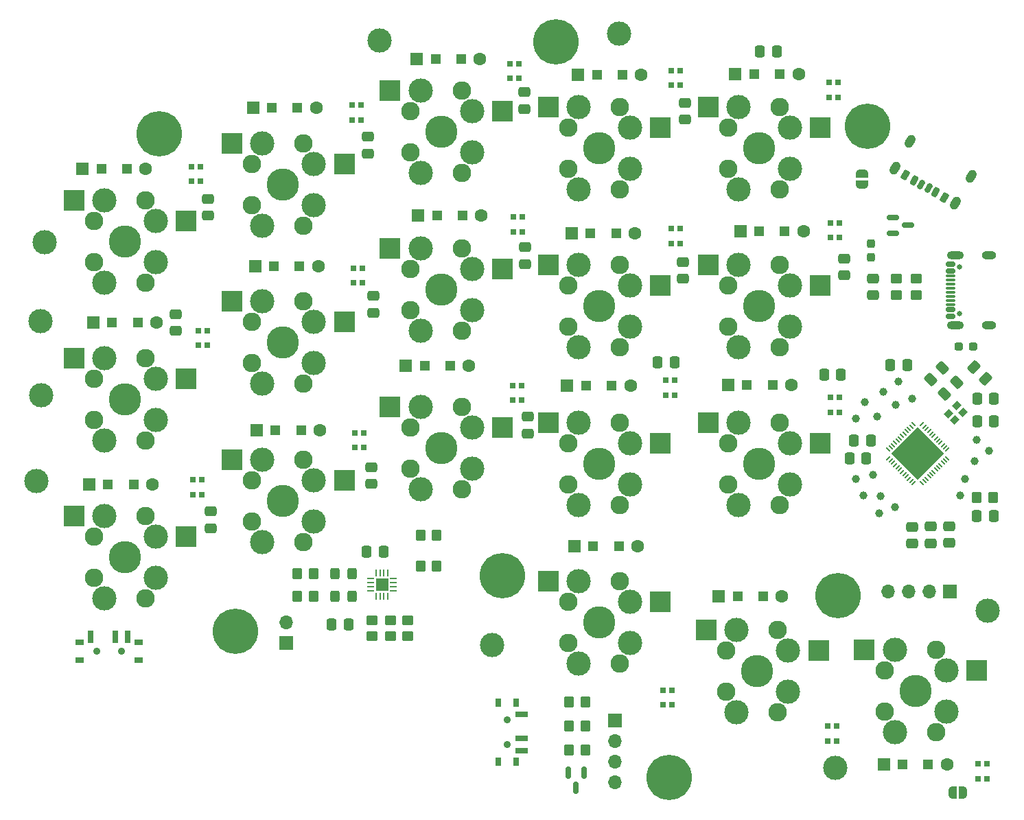
<source format=gbr>
%TF.GenerationSoftware,KiCad,Pcbnew,8.0.2*%
%TF.CreationDate,2025-01-19T21:46:12+07:00*%
%TF.ProjectId,sudi-keyboard,73756469-2d6b-4657-9962-6f6172642e6b,1*%
%TF.SameCoordinates,Original*%
%TF.FileFunction,Soldermask,Top*%
%TF.FilePolarity,Negative*%
%FSLAX46Y46*%
G04 Gerber Fmt 4.6, Leading zero omitted, Abs format (unit mm)*
G04 Created by KiCad (PCBNEW 8.0.2) date 2025-01-19 21:46:12*
%MOMM*%
%LPD*%
G01*
G04 APERTURE LIST*
G04 Aperture macros list*
%AMRoundRect*
0 Rectangle with rounded corners*
0 $1 Rounding radius*
0 $2 $3 $4 $5 $6 $7 $8 $9 X,Y pos of 4 corners*
0 Add a 4 corners polygon primitive as box body*
4,1,4,$2,$3,$4,$5,$6,$7,$8,$9,$2,$3,0*
0 Add four circle primitives for the rounded corners*
1,1,$1+$1,$2,$3*
1,1,$1+$1,$4,$5*
1,1,$1+$1,$6,$7*
1,1,$1+$1,$8,$9*
0 Add four rect primitives between the rounded corners*
20,1,$1+$1,$2,$3,$4,$5,0*
20,1,$1+$1,$4,$5,$6,$7,0*
20,1,$1+$1,$6,$7,$8,$9,0*
20,1,$1+$1,$8,$9,$2,$3,0*%
%AMHorizOval*
0 Thick line with rounded ends*
0 $1 width*
0 $2 $3 position (X,Y) of the first rounded end (center of the circle)*
0 $4 $5 position (X,Y) of the second rounded end (center of the circle)*
0 Add line between two ends*
20,1,$1,$2,$3,$4,$5,0*
0 Add two circle primitives to create the rounded ends*
1,1,$1,$2,$3*
1,1,$1,$4,$5*%
%AMRotRect*
0 Rectangle, with rotation*
0 The origin of the aperture is its center*
0 $1 length*
0 $2 width*
0 $3 Rotation angle, in degrees counterclockwise*
0 Add horizontal line*
21,1,$1,$2,0,0,$3*%
%AMFreePoly0*
4,1,19,0.500000,-0.750000,0.000000,-0.750000,0.000000,-0.744911,-0.071157,-0.744911,-0.207708,-0.704816,-0.327430,-0.627875,-0.420627,-0.520320,-0.479746,-0.390866,-0.500000,-0.250000,-0.500000,0.250000,-0.479746,0.390866,-0.420627,0.520320,-0.327430,0.627875,-0.207708,0.704816,-0.071157,0.744911,0.000000,0.744911,0.000000,0.750000,0.500000,0.750000,0.500000,-0.750000,0.500000,-0.750000,
$1*%
%AMFreePoly1*
4,1,19,0.000000,0.744911,0.071157,0.744911,0.207708,0.704816,0.327430,0.627875,0.420627,0.520320,0.479746,0.390866,0.500000,0.250000,0.500000,-0.250000,0.479746,-0.390866,0.420627,-0.520320,0.327430,-0.627875,0.207708,-0.704816,0.071157,-0.744911,0.000000,-0.744911,0.000000,-0.750000,-0.500000,-0.750000,-0.500000,0.750000,0.000000,0.750000,0.000000,0.744911,0.000000,0.744911,
$1*%
G04 Aperture macros list end*
%ADD10R,1.000000X0.800000*%
%ADD11C,0.900000*%
%ADD12R,0.700000X1.500000*%
%ADD13C,3.000000*%
%ADD14C,3.987800*%
%ADD15R,2.550000X2.500000*%
%ADD16C,2.286000*%
%ADD17RoundRect,0.237500X-0.237500X0.287500X-0.237500X-0.287500X0.237500X-0.287500X0.237500X0.287500X0*%
%ADD18RoundRect,0.250000X0.350000X0.450000X-0.350000X0.450000X-0.350000X-0.450000X0.350000X-0.450000X0*%
%ADD19C,1.000000*%
%ADD20RoundRect,0.250000X-0.475000X0.337500X-0.475000X-0.337500X0.475000X-0.337500X0.475000X0.337500X0*%
%ADD21RoundRect,0.175000X0.364054X0.280561X0.060946X0.455561X-0.364054X-0.280561X-0.060946X-0.455561X0*%
%ADD22RoundRect,0.190000X-0.369545X-0.260070X-0.040455X-0.450070X0.369545X0.260070X0.040455X0.450070X0*%
%ADD23RoundRect,0.200000X-0.373205X-0.246410X-0.026795X-0.446410X0.373205X0.246410X0.026795X0.446410X0*%
%ADD24RoundRect,0.175000X-0.364054X-0.280561X-0.060946X-0.455561X0.364054X0.280561X0.060946X0.455561X0*%
%ADD25RoundRect,0.190000X0.369545X0.260070X0.040455X0.450070X-0.369545X-0.260070X-0.040455X-0.450070X0*%
%ADD26RoundRect,0.200000X0.373205X0.246410X0.026795X0.446410X-0.373205X-0.246410X-0.026795X-0.446410X0*%
%ADD27HorizOval,1.100000X0.150000X0.259808X-0.150000X-0.259808X0*%
%ADD28R,0.700000X0.700000*%
%ADD29RoundRect,0.250000X0.337500X0.475000X-0.337500X0.475000X-0.337500X-0.475000X0.337500X-0.475000X0*%
%ADD30R,1.600000X1.600000*%
%ADD31R,1.200000X1.200000*%
%ADD32C,1.600000*%
%ADD33C,5.600000*%
%ADD34RoundRect,0.250000X-0.450000X0.350000X-0.450000X-0.350000X0.450000X-0.350000X0.450000X0.350000X0*%
%ADD35RoundRect,0.250000X-0.337500X-0.475000X0.337500X-0.475000X0.337500X0.475000X-0.337500X0.475000X0*%
%ADD36RoundRect,0.250000X-0.350000X-0.450000X0.350000X-0.450000X0.350000X0.450000X-0.350000X0.450000X0*%
%ADD37FreePoly0,90.000000*%
%ADD38FreePoly1,90.000000*%
%ADD39C,0.650000*%
%ADD40RoundRect,0.150000X0.425000X-0.150000X0.425000X0.150000X-0.425000X0.150000X-0.425000X-0.150000X0*%
%ADD41RoundRect,0.075000X0.500000X-0.075000X0.500000X0.075000X-0.500000X0.075000X-0.500000X-0.075000X0*%
%ADD42O,2.100000X1.000000*%
%ADD43O,1.800000X1.000000*%
%ADD44RoundRect,0.250000X0.574524X0.097227X0.097227X0.574524X-0.574524X-0.097227X-0.097227X-0.574524X0*%
%ADD45RoundRect,0.050000X-0.212132X-0.282843X0.282843X0.212132X0.212132X0.282843X-0.282843X-0.212132X0*%
%ADD46RoundRect,0.050000X0.212132X-0.282843X0.282843X-0.212132X-0.212132X0.282843X-0.282843X0.212132X0*%
%ADD47RotRect,4.600000X4.600000X45.000000*%
%ADD48RotRect,0.900000X0.800000X225.000000*%
%ADD49RoundRect,0.062500X-0.062500X0.375000X-0.062500X-0.375000X0.062500X-0.375000X0.062500X0.375000X0*%
%ADD50RoundRect,0.062500X-0.375000X0.062500X-0.375000X-0.062500X0.375000X-0.062500X0.375000X0.062500X0*%
%ADD51RoundRect,0.250000X-0.097227X0.574524X-0.574524X0.097227X0.097227X-0.574524X0.574524X-0.097227X0*%
%ADD52RoundRect,0.150000X-0.587500X-0.150000X0.587500X-0.150000X0.587500X0.150000X-0.587500X0.150000X0*%
%ADD53RoundRect,0.250000X0.325000X0.450000X-0.325000X0.450000X-0.325000X-0.450000X0.325000X-0.450000X0*%
%ADD54FreePoly0,0.000000*%
%ADD55FreePoly1,0.000000*%
%ADD56R,0.800000X1.000000*%
%ADD57R,1.500000X0.700000*%
%ADD58RoundRect,0.150000X-0.150000X0.587500X-0.150000X-0.587500X0.150000X-0.587500X0.150000X0.587500X0*%
%ADD59RoundRect,0.237500X-0.287500X-0.237500X0.287500X-0.237500X0.287500X0.237500X-0.287500X0.237500X0*%
%ADD60R,1.700000X1.700000*%
%ADD61O,1.700000X1.700000*%
%ADD62HorizOval,1.100000X-0.150000X-0.259808X0.150000X0.259808X0*%
G04 APERTURE END LIST*
D10*
%TO.C,SW4*%
X117000000Y-124570000D03*
X117000000Y-126780000D03*
D11*
X119150000Y-125680000D03*
X122150000Y-125680000D03*
D10*
X124300000Y-124570000D03*
X124300000Y-126780000D03*
D12*
X118400000Y-123920000D03*
X121400000Y-123920000D03*
X122900000Y-123920000D03*
%TD*%
D13*
%TO.C,K16*%
X178550000Y-117030000D03*
X178550000Y-127190000D03*
D14*
X181090000Y-122110000D03*
D13*
X184900000Y-119570000D03*
X184900000Y-124650000D03*
D15*
X174800000Y-117030000D03*
D16*
X177280000Y-119570000D03*
X177280000Y-124650000D03*
X183630000Y-117030000D03*
X183630000Y-127190000D03*
D15*
X188650000Y-119570000D03*
%TD*%
D17*
%TO.C,FB1*%
X214620002Y-75374998D03*
X214620002Y-77124998D03*
%TD*%
D18*
%TO.C,R10*%
X229700000Y-106700000D03*
X227700000Y-106700000D03*
%TD*%
D19*
%TO.C,TP16*%
X215400001Y-96700001D03*
%TD*%
D20*
%TO.C,C51*%
X191450000Y-77662500D03*
X191450000Y-79737500D03*
%TD*%
D21*
%TO.C,J1*%
X221695513Y-68582502D03*
D22*
X219946141Y-67572502D03*
D23*
X218880930Y-66957502D03*
D24*
X220829487Y-68082502D03*
D25*
X222578859Y-69092502D03*
D26*
X223644070Y-69707502D03*
D27*
X225043730Y-70423220D03*
X226943730Y-67132324D03*
X217561270Y-66103220D03*
X219461270Y-62812324D03*
%TD*%
D28*
%TO.C,D17*%
X130950000Y-106365001D03*
X132049999Y-106364999D03*
X132050000Y-104534999D03*
X130950001Y-104535001D03*
%TD*%
D29*
%TO.C,C3*%
X150187500Y-122400000D03*
X148112500Y-122400000D03*
%TD*%
D13*
%TO.C,FID9*%
X167890000Y-124910000D03*
%TD*%
D30*
%TO.C,D26*%
X197900000Y-54450000D03*
D31*
X200225000Y-54450000D03*
X203375000Y-54450000D03*
D32*
X205700000Y-54450000D03*
%TD*%
D13*
%TO.C,K9*%
X159050000Y-95530000D03*
X159050000Y-105690000D03*
D14*
X161590000Y-100610000D03*
D13*
X165400000Y-98070000D03*
X165400000Y-103150000D03*
D15*
X155300000Y-95530000D03*
D16*
X157780000Y-98070000D03*
X157780000Y-103150000D03*
X164130000Y-95530000D03*
X164130000Y-105690000D03*
D15*
X169150000Y-98070000D03*
%TD*%
D13*
%TO.C,FID2*%
X111690000Y-104710000D03*
%TD*%
D33*
%TO.C,H2*%
X169200000Y-116350000D03*
%TD*%
%TO.C,H1*%
X210550000Y-118850000D03*
%TD*%
D28*
%TO.C,D18*%
X170450000Y-94715001D03*
X171549999Y-94714999D03*
X171550000Y-92884999D03*
X170450001Y-92885001D03*
%TD*%
D29*
%TO.C,C57*%
X219087500Y-90350000D03*
X217012500Y-90350000D03*
%TD*%
D33*
%TO.C,H5*%
X214200000Y-60900000D03*
%TD*%
D13*
%TO.C,K8*%
X159050000Y-76030000D03*
X159050000Y-86190000D03*
D14*
X161590000Y-81110000D03*
D13*
X165400000Y-78570000D03*
X165400000Y-83650000D03*
D15*
X155300000Y-76030000D03*
D16*
X157780000Y-78570000D03*
X157780000Y-83650000D03*
X164130000Y-76030000D03*
X164130000Y-86190000D03*
D15*
X169150000Y-78570000D03*
%TD*%
D19*
%TO.C,TP5*%
X215650000Y-108650000D03*
%TD*%
D20*
%TO.C,C42*%
X128850000Y-84112500D03*
X128850000Y-86187500D03*
%TD*%
D13*
%TO.C,FID3*%
X112690000Y-75210000D03*
%TD*%
D20*
%TO.C,C41*%
X132850000Y-69862500D03*
X132850000Y-71937500D03*
%TD*%
D13*
%TO.C,K18*%
X217550000Y-125530000D03*
X217550000Y-135690000D03*
D14*
X220090000Y-130610000D03*
D13*
X223900000Y-128070000D03*
X223900000Y-133150000D03*
D15*
X213800000Y-125530000D03*
D16*
X216280000Y-128070000D03*
X216280000Y-133150000D03*
X222630000Y-125530000D03*
X222630000Y-135690000D03*
D15*
X227650000Y-128070000D03*
%TD*%
D13*
%TO.C,K12*%
X178550000Y-97530000D03*
X178550000Y-107690000D03*
D14*
X181090000Y-102610000D03*
D13*
X184900000Y-100070000D03*
X184900000Y-105150000D03*
D15*
X174800000Y-97530000D03*
D16*
X177280000Y-100070000D03*
X177280000Y-105150000D03*
X183630000Y-97530000D03*
X183630000Y-107690000D03*
D15*
X188650000Y-100070000D03*
%TD*%
D33*
%TO.C,H3*%
X136190000Y-123210000D03*
%TD*%
D13*
%TO.C,K14*%
X198300000Y-78030000D03*
X198300000Y-88190000D03*
D14*
X200840000Y-83110000D03*
D13*
X204650000Y-80570000D03*
X204650000Y-85650000D03*
D15*
X194550000Y-78030000D03*
D16*
X197030000Y-80570000D03*
X197030000Y-85650000D03*
X203380000Y-78030000D03*
X203380000Y-88190000D03*
D15*
X208400000Y-80570000D03*
%TD*%
D30*
%TO.C,D33*%
X178050000Y-112750000D03*
D31*
X180375000Y-112750000D03*
X183525000Y-112750000D03*
D32*
X185850000Y-112750000D03*
%TD*%
D20*
%TO.C,C43*%
X133150000Y-108462500D03*
X133150000Y-110537500D03*
%TD*%
%TO.C,C40*%
X219724998Y-110349999D03*
X219724998Y-112424999D03*
%TD*%
D34*
%TO.C,R4*%
X217770002Y-79749998D03*
X217770002Y-81749998D03*
%TD*%
D28*
%TO.C,D25*%
X188949999Y-132315001D03*
X190050000Y-132314999D03*
X190050001Y-130484999D03*
X188950000Y-130485001D03*
%TD*%
D29*
%TO.C,C1*%
X154487500Y-113400000D03*
X152412500Y-113400000D03*
%TD*%
%TO.C,C18*%
X229787500Y-94550000D03*
X227712500Y-94550000D03*
%TD*%
D13*
%TO.C,K7*%
X159050000Y-56530000D03*
X159050000Y-66690000D03*
D14*
X161590000Y-61610000D03*
D13*
X165400000Y-59070000D03*
X165400000Y-64150000D03*
D15*
X155300000Y-56530000D03*
D16*
X157780000Y-59070000D03*
X157780000Y-64150000D03*
X164130000Y-56530000D03*
X164130000Y-66690000D03*
D15*
X169150000Y-59070000D03*
%TD*%
D30*
%TO.C,D2*%
X118690000Y-85110000D03*
D31*
X121015000Y-85110000D03*
X124165000Y-85110000D03*
D32*
X126490000Y-85110000D03*
%TD*%
D35*
%TO.C,C19*%
X227662501Y-109049998D03*
X229737501Y-109049998D03*
%TD*%
D13*
%TO.C,FID6*%
X112199999Y-84999999D03*
%TD*%
D19*
%TO.C,TP17*%
X213900000Y-94950002D03*
%TD*%
D13*
%TO.C,FID7*%
X210240000Y-140110000D03*
%TD*%
%TO.C,FID5*%
X183590000Y-49510000D03*
%TD*%
%TO.C,K6*%
X139550000Y-102030000D03*
X139550000Y-112190000D03*
D14*
X142090000Y-107110000D03*
D13*
X145900000Y-104570000D03*
X145900000Y-109650000D03*
D15*
X135800000Y-102030000D03*
D16*
X138280000Y-104570000D03*
X138280000Y-109650000D03*
X144630000Y-102030000D03*
X144630000Y-112190000D03*
D15*
X149650000Y-104570000D03*
%TD*%
D18*
%TO.C,R11*%
X179400000Y-134900001D03*
X177400000Y-134900001D03*
%TD*%
D13*
%TO.C,K5*%
X139550000Y-82530000D03*
X139550000Y-92690000D03*
D14*
X142090000Y-87610000D03*
D13*
X145900000Y-85070000D03*
X145900000Y-90150000D03*
D15*
X135800000Y-82530000D03*
D16*
X138280000Y-85070000D03*
X138280000Y-90150000D03*
X144630000Y-82530000D03*
X144630000Y-92690000D03*
D15*
X149650000Y-85070000D03*
%TD*%
D19*
%TO.C,TP9*%
X227449999Y-102200001D03*
%TD*%
D30*
%TO.C,D21*%
X177700000Y-74100000D03*
D31*
X180025000Y-74100000D03*
X183175000Y-74100000D03*
D32*
X185500000Y-74100000D03*
%TD*%
D13*
%TO.C,K2*%
X120050000Y-89530000D03*
X120050000Y-99690000D03*
D14*
X122590000Y-94610000D03*
D13*
X126400000Y-92070000D03*
X126400000Y-97150000D03*
D15*
X116300000Y-89530000D03*
D16*
X118780000Y-92070000D03*
X118780000Y-97150000D03*
X125130000Y-89530000D03*
X125130000Y-99690000D03*
D15*
X130150000Y-92070000D03*
%TD*%
D13*
%TO.C,K10*%
X178550000Y-58530000D03*
X178550000Y-68690000D03*
D14*
X181090000Y-63610000D03*
D13*
X184900000Y-61070000D03*
X184900000Y-66150000D03*
D15*
X174800000Y-58530000D03*
D16*
X177280000Y-61070000D03*
X177280000Y-66150000D03*
X183630000Y-58530000D03*
X183630000Y-68690000D03*
D15*
X188650000Y-61070000D03*
%TD*%
D18*
%TO.C,R12*%
X179399999Y-131949998D03*
X177399999Y-131949998D03*
%TD*%
D20*
%TO.C,C39*%
X222024999Y-110300000D03*
X222024999Y-112375000D03*
%TD*%
D28*
%TO.C,D8*%
X130799999Y-67715001D03*
X131900000Y-67714999D03*
X131900001Y-65884999D03*
X130800000Y-65885001D03*
%TD*%
D18*
%TO.C,R5*%
X179400000Y-137850000D03*
X177400000Y-137850000D03*
%TD*%
D20*
%TO.C,C2*%
X214900004Y-79712498D03*
X214900004Y-81787498D03*
%TD*%
D28*
%TO.C,D36*%
X150949999Y-100565001D03*
X152050000Y-100564999D03*
X152050001Y-98734999D03*
X150950000Y-98735001D03*
%TD*%
%TO.C,D29*%
X150799999Y-80265001D03*
X151900000Y-80264999D03*
X151900001Y-78434999D03*
X150800000Y-78435001D03*
%TD*%
D35*
%TO.C,C20*%
X211962500Y-101900000D03*
X214037500Y-101900000D03*
%TD*%
D19*
%TO.C,TP13*%
X218050002Y-92450001D03*
%TD*%
D20*
%TO.C,C54*%
X211350000Y-77262500D03*
X211350000Y-79337500D03*
%TD*%
D36*
%TO.C,R1*%
X159050000Y-115160000D03*
X161050000Y-115160000D03*
%TD*%
D20*
%TO.C,C44*%
X152600000Y-62212500D03*
X152600000Y-64287500D03*
%TD*%
D19*
%TO.C,TP11*%
X227700000Y-99600000D03*
%TD*%
D18*
%TO.C,R17*%
X145850000Y-118899999D03*
X143850000Y-118899999D03*
%TD*%
D28*
%TO.C,D31*%
X209249999Y-136765001D03*
X210350000Y-136764999D03*
X210350001Y-134934999D03*
X209250000Y-134935001D03*
%TD*%
D37*
%TO.C,JP1*%
X213550000Y-68100000D03*
D38*
X213550000Y-66800000D03*
%TD*%
D13*
%TO.C,K13*%
X198300000Y-58530000D03*
X198300000Y-68690000D03*
D14*
X200840000Y-63610000D03*
D13*
X204650000Y-61070000D03*
X204650000Y-66150000D03*
D15*
X194550000Y-58530000D03*
D16*
X197030000Y-61070000D03*
X197030000Y-66150000D03*
X203380000Y-58530000D03*
X203380000Y-68690000D03*
D15*
X208400000Y-61070000D03*
%TD*%
D34*
%TO.C,R3*%
X220200000Y-79750000D03*
X220200000Y-81750000D03*
%TD*%
D39*
%TO.C,P1*%
X225535000Y-84050000D03*
X225535001Y-78270000D03*
D40*
X224460000Y-84360000D03*
X224460001Y-83560001D03*
D41*
X224460001Y-82410000D03*
X224460000Y-81410001D03*
X224459999Y-80910001D03*
X224460000Y-79909999D03*
D40*
X224459999Y-78759999D03*
X224460000Y-77959999D03*
X224460000Y-77959999D03*
X224459999Y-78759999D03*
D41*
X224460001Y-79410000D03*
X224460000Y-80410001D03*
X224460000Y-81910000D03*
X224459999Y-82910000D03*
D40*
X224460001Y-83560001D03*
X224460000Y-84360000D03*
D42*
X225035000Y-85480002D03*
D43*
X229215000Y-85480001D03*
D42*
X225034998Y-76840000D03*
D43*
X229215000Y-76840000D03*
%TD*%
D19*
%TO.C,TP3*%
X213700000Y-106500000D03*
%TD*%
D30*
%TO.C,D34*%
X195850000Y-118950000D03*
D31*
X198175000Y-118950000D03*
X201325000Y-118950000D03*
D32*
X203650000Y-118950000D03*
%TD*%
D20*
%TO.C,C45*%
X153200000Y-81862500D03*
X153200000Y-83937500D03*
%TD*%
D44*
%TO.C,C21*%
X228783623Y-92083623D03*
X227316377Y-90616377D03*
%TD*%
D34*
%TO.C,R14*%
X157500000Y-121850000D03*
X157500000Y-123850000D03*
%TD*%
D45*
%TO.C,U7*%
X216758400Y-101880330D03*
X217041245Y-102163172D03*
X217324086Y-102446015D03*
X217606928Y-102728858D03*
X217889771Y-103011701D03*
X218172614Y-103294544D03*
X218455456Y-103577386D03*
X218738299Y-103860230D03*
X219021143Y-104143072D03*
X219303984Y-104425914D03*
X219586826Y-104708758D03*
X219869670Y-104991600D03*
D46*
X220930330Y-104991600D03*
X221213172Y-104708755D03*
X221496015Y-104425914D03*
X221778858Y-104143072D03*
X222061701Y-103860229D03*
X222344544Y-103577386D03*
X222627386Y-103294544D03*
X222910230Y-103011701D03*
X223193072Y-102728857D03*
X223475914Y-102446016D03*
X223758758Y-102163174D03*
X224041600Y-101880330D03*
D45*
X224041600Y-100819670D03*
X223758755Y-100536828D03*
X223475914Y-100253985D03*
X223193072Y-99971142D03*
X222910229Y-99688299D03*
X222627386Y-99405456D03*
X222344544Y-99122614D03*
X222061701Y-98839770D03*
X221778857Y-98556928D03*
X221496016Y-98274086D03*
X221213174Y-97991242D03*
X220930330Y-97708400D03*
D46*
X219869670Y-97708400D03*
X219586828Y-97991245D03*
X219303985Y-98274086D03*
X219021142Y-98556928D03*
X218738299Y-98839771D03*
X218455456Y-99122614D03*
X218172614Y-99405456D03*
X217889770Y-99688299D03*
X217606928Y-99971143D03*
X217324086Y-100253984D03*
X217041242Y-100536826D03*
X216758400Y-100819670D03*
D47*
X220400000Y-101350000D03*
%TD*%
D19*
%TO.C,TP15*%
X217650001Y-95300002D03*
%TD*%
D48*
%TO.C,Y1*%
X225206069Y-95416115D03*
X224216116Y-96406067D03*
X224993931Y-97183885D03*
X225983884Y-96193933D03*
%TD*%
D13*
%TO.C,K3*%
X120050000Y-109030000D03*
X120050000Y-119190000D03*
D14*
X122590000Y-114110000D03*
D13*
X126400000Y-111570000D03*
X126400000Y-116650000D03*
D15*
X116300000Y-109030000D03*
D16*
X118780000Y-111570000D03*
X118780000Y-116650000D03*
X125130000Y-109030000D03*
X125130000Y-119190000D03*
D15*
X130150000Y-111570000D03*
%TD*%
D13*
%TO.C,FID1*%
X112300000Y-94100000D03*
%TD*%
D36*
%TO.C,R2*%
X159050000Y-111350000D03*
X161050000Y-111350000D03*
%TD*%
D13*
%TO.C,K15*%
X198300000Y-97530000D03*
X198300000Y-107690000D03*
D14*
X200840000Y-102610000D03*
D13*
X204650000Y-100070000D03*
X204650000Y-105150000D03*
D15*
X194550000Y-97530000D03*
D16*
X197030000Y-100070000D03*
X197030000Y-105150000D03*
X203380000Y-97530000D03*
X203380000Y-107690000D03*
D15*
X208400000Y-100070000D03*
%TD*%
D49*
%TO.C,U5*%
X155050000Y-116062500D03*
X154550000Y-116062500D03*
X154050000Y-116062500D03*
X153550000Y-116062500D03*
D50*
X152862500Y-116750000D03*
X152862500Y-117250000D03*
X152862500Y-117750000D03*
X152862500Y-118250000D03*
D49*
X153550000Y-118937500D03*
X154050000Y-118937500D03*
X154550000Y-118937500D03*
X155050000Y-118937500D03*
D50*
X155737500Y-118250000D03*
X155737500Y-117750000D03*
X155737500Y-117250000D03*
X155737500Y-116750000D03*
D30*
X154300000Y-117500000D03*
%TD*%
D29*
%TO.C,C52*%
X190387500Y-90050000D03*
X188312500Y-90050000D03*
%TD*%
D51*
%TO.C,C35*%
X225183625Y-92516378D03*
X223716379Y-93983624D03*
%TD*%
D20*
%TO.C,C48*%
X171950000Y-75862500D03*
X171950000Y-77937500D03*
%TD*%
D29*
%TO.C,C53*%
X202987500Y-51700000D03*
X200912500Y-51700000D03*
%TD*%
D30*
%TO.C,D14*%
X158600000Y-52650000D03*
D31*
X160925000Y-52650000D03*
X164075000Y-52650000D03*
D32*
X166400000Y-52650000D03*
%TD*%
D30*
%TO.C,D7*%
X138850000Y-98400000D03*
D31*
X141175000Y-98400000D03*
X144325000Y-98400000D03*
D32*
X146650000Y-98400000D03*
%TD*%
D28*
%TO.C,D9*%
X170099999Y-55015001D03*
X171200000Y-55014999D03*
X171200001Y-53184999D03*
X170100000Y-53185001D03*
%TD*%
D30*
%TO.C,D1*%
X117350000Y-66150000D03*
D31*
X119675000Y-66150000D03*
X122825000Y-66150000D03*
D32*
X125150000Y-66150000D03*
%TD*%
D51*
%TO.C,C36*%
X223451212Y-90713259D03*
X221983966Y-92180505D03*
%TD*%
D52*
%TO.C,Q2*%
X217312497Y-72200003D03*
X217312499Y-74099999D03*
X219187500Y-73150000D03*
%TD*%
D30*
%TO.C,D20*%
X178500000Y-54600000D03*
D31*
X180825000Y-54600000D03*
X183975000Y-54600000D03*
D32*
X186300000Y-54600000D03*
%TD*%
D28*
%TO.C,D38*%
X227849999Y-141415001D03*
X228950000Y-141414999D03*
X228950001Y-139584999D03*
X227850000Y-139585001D03*
%TD*%
D13*
%TO.C,K17*%
X198050000Y-123030000D03*
X198050000Y-133190000D03*
D14*
X200590000Y-128110000D03*
D13*
X204400000Y-125570000D03*
X204400000Y-130650000D03*
D15*
X194300000Y-123030000D03*
D16*
X196780000Y-125570000D03*
X196780000Y-130650000D03*
X203130000Y-123030000D03*
X203130000Y-133190000D03*
D15*
X208150000Y-125570000D03*
%TD*%
D29*
%TO.C,C8*%
X229787500Y-97350000D03*
X227712500Y-97350000D03*
%TD*%
D53*
%TO.C,D4*%
X150574997Y-116100001D03*
X148525001Y-116099999D03*
%TD*%
D30*
%TO.C,D15*%
X158750000Y-71900000D03*
D31*
X161075000Y-71900000D03*
X164225000Y-71900000D03*
D32*
X166550000Y-71900000D03*
%TD*%
D33*
%TO.C,H4*%
X126790000Y-61860000D03*
%TD*%
D19*
%TO.C,TP18*%
X212750001Y-97000001D03*
%TD*%
D20*
%TO.C,C47*%
X171900000Y-56712500D03*
X171900000Y-58787500D03*
%TD*%
%TO.C,C50*%
X191650000Y-58012500D03*
X191650000Y-60087500D03*
%TD*%
D28*
%TO.C,D10*%
X209500000Y-57365001D03*
X210599999Y-57364999D03*
X210600000Y-55534999D03*
X209500001Y-55535001D03*
%TD*%
%TO.C,D24*%
X189949999Y-55865001D03*
X191050000Y-55864999D03*
X191050001Y-54034999D03*
X189950000Y-54035001D03*
%TD*%
D20*
%TO.C,C46*%
X153000000Y-102962500D03*
X153000000Y-105037500D03*
%TD*%
D35*
%TO.C,C37*%
X212512500Y-99700000D03*
X214587500Y-99700000D03*
%TD*%
D19*
%TO.C,TP4*%
X215800000Y-106550000D03*
%TD*%
D18*
%TO.C,R15*%
X145850000Y-116099999D03*
X143850000Y-116099999D03*
%TD*%
D30*
%TO.C,D5*%
X138400000Y-58650000D03*
D31*
X140725000Y-58650000D03*
X143875000Y-58650000D03*
D32*
X146200000Y-58650000D03*
%TD*%
D28*
%TO.C,D19*%
X209599999Y-96215001D03*
X210700000Y-96214999D03*
X210700001Y-94384999D03*
X209600000Y-94385001D03*
%TD*%
D34*
%TO.C,R6*%
X155350000Y-121850000D03*
X155350000Y-123850000D03*
%TD*%
D19*
%TO.C,TP8*%
X226200000Y-104400000D03*
%TD*%
D13*
%TO.C,K4*%
X139550000Y-63030000D03*
X139550000Y-73190000D03*
D14*
X142090000Y-68110000D03*
D13*
X145900000Y-65570000D03*
X145900000Y-70650000D03*
D15*
X135800000Y-63030000D03*
D16*
X138280000Y-65570000D03*
X138280000Y-70650000D03*
X144630000Y-63030000D03*
X144630000Y-73190000D03*
D15*
X149650000Y-65570000D03*
%TD*%
D19*
%TO.C,TP2*%
X212800000Y-104450000D03*
%TD*%
D20*
%TO.C,C49*%
X172250000Y-96762500D03*
X172250000Y-98837500D03*
%TD*%
D19*
%TO.C,TP1*%
X214850000Y-103900000D03*
%TD*%
%TO.C,TP6*%
X217550000Y-107900000D03*
%TD*%
D54*
%TO.C,JP2*%
X224700000Y-143150000D03*
D55*
X226000000Y-143150000D03*
%TD*%
D28*
%TO.C,D30*%
X189999999Y-75365001D03*
X191100000Y-75364999D03*
X191100001Y-73534999D03*
X190000000Y-73535001D03*
%TD*%
D56*
%TO.C,SW3*%
X170880000Y-132050000D03*
X168670000Y-132050000D03*
D11*
X169770000Y-134200000D03*
X169770000Y-137200000D03*
D56*
X170880000Y-139350000D03*
X168670000Y-139350000D03*
D57*
X171530000Y-133450000D03*
X171530000Y-136450000D03*
X171530000Y-137950000D03*
%TD*%
D19*
%TO.C,TP12*%
X219699999Y-94500001D03*
%TD*%
D30*
%TO.C,D27*%
X198500000Y-73850000D03*
D31*
X200825000Y-73850000D03*
X203975000Y-73850000D03*
D32*
X206300000Y-73850000D03*
%TD*%
D34*
%TO.C,R7*%
X153050000Y-121850000D03*
X153050000Y-123850000D03*
%TD*%
D19*
%TO.C,TP10*%
X229200000Y-100950000D03*
%TD*%
D53*
%TO.C,D32*%
X150574998Y-118900001D03*
X148525002Y-118899999D03*
%TD*%
D28*
%TO.C,D23*%
X150650000Y-60165001D03*
X151749999Y-60164999D03*
X151750000Y-58334999D03*
X150650001Y-58335001D03*
%TD*%
D30*
%TO.C,D3*%
X118190000Y-105110000D03*
D31*
X120515000Y-105110000D03*
X123665000Y-105110000D03*
D32*
X125990000Y-105110000D03*
%TD*%
D58*
%TO.C,Q1*%
X179199997Y-140662497D03*
X177300002Y-140662499D03*
X178249999Y-142537500D03*
%TD*%
D28*
%TO.C,D13*%
X209649999Y-74665001D03*
X210750000Y-74664999D03*
X210750001Y-72834999D03*
X209650000Y-72835001D03*
%TD*%
D30*
%TO.C,D16*%
X157250000Y-90450000D03*
D31*
X159575000Y-90450000D03*
X162725000Y-90450000D03*
D32*
X165050000Y-90450000D03*
%TD*%
D19*
%TO.C,TP7*%
X225650000Y-106450000D03*
%TD*%
D29*
%TO.C,C55*%
X210937500Y-91550000D03*
X208862500Y-91550000D03*
%TD*%
D59*
%TO.C,L3*%
X225475000Y-88100000D03*
X227225000Y-88100000D03*
%TD*%
D13*
%TO.C,FID8*%
X228990000Y-120660000D03*
%TD*%
%TO.C,K11*%
X178550000Y-78030000D03*
X178550000Y-88190000D03*
D14*
X181090000Y-83110000D03*
D13*
X184900000Y-80570000D03*
X184900000Y-85650000D03*
D15*
X174800000Y-78030000D03*
D16*
X177280000Y-80570000D03*
X177280000Y-85650000D03*
X183630000Y-78030000D03*
X183630000Y-88190000D03*
D15*
X188650000Y-80570000D03*
%TD*%
D60*
%TO.C,J3*%
X224400000Y-118300000D03*
D61*
X221859998Y-118300001D03*
X219320000Y-118300000D03*
X216780000Y-118300000D03*
%TD*%
D13*
%TO.C,K1*%
X120050000Y-70030000D03*
X120050000Y-80190000D03*
D14*
X122590000Y-75110000D03*
D13*
X126400000Y-72570000D03*
X126400000Y-77650000D03*
D15*
X116300000Y-70030000D03*
D16*
X118780000Y-72570000D03*
X118780000Y-77650000D03*
X125130000Y-70030000D03*
X125130000Y-80190000D03*
D15*
X130150000Y-72570000D03*
%TD*%
D20*
%TO.C,C38*%
X224300000Y-110262500D03*
X224300000Y-112337500D03*
%TD*%
D13*
%TO.C,FID4*%
X154000000Y-50350000D03*
%TD*%
D19*
%TO.C,TP14*%
X216149999Y-93650004D03*
%TD*%
D33*
%TO.C,H7*%
X175790000Y-50510000D03*
%TD*%
D30*
%TO.C,D35*%
X216200000Y-139650000D03*
D31*
X218525000Y-139650000D03*
X221675000Y-139650000D03*
D32*
X224000000Y-139650000D03*
%TD*%
D28*
%TO.C,D37*%
X189299999Y-94115001D03*
X190400000Y-94114999D03*
X190400001Y-92284999D03*
X189300000Y-92285001D03*
%TD*%
%TO.C,D12*%
X170499999Y-73965001D03*
X171600000Y-73964999D03*
X171600001Y-72134999D03*
X170500000Y-72135001D03*
%TD*%
D33*
%TO.C,H6*%
X189690000Y-141310000D03*
%TD*%
D30*
%TO.C,D22*%
X177150000Y-92960000D03*
D31*
X179475000Y-92960000D03*
X182625000Y-92960000D03*
D32*
X184950000Y-92960000D03*
%TD*%
D60*
%TO.C,J2*%
X183050000Y-134250000D03*
D61*
X183050001Y-136790002D03*
X183050000Y-139330000D03*
X183050000Y-141870000D03*
%TD*%
D28*
%TO.C,D11*%
X131644150Y-87962674D03*
X132744151Y-87962674D03*
X132744149Y-86132676D03*
X131644144Y-86132673D03*
%TD*%
D30*
%TO.C,D28*%
X197000000Y-92850000D03*
D31*
X199325000Y-92850000D03*
X202475000Y-92850000D03*
D32*
X204800000Y-92850000D03*
%TD*%
D60*
%TO.C,J4*%
X142450000Y-124700000D03*
D61*
X142449999Y-122159997D03*
%TD*%
D30*
%TO.C,D6*%
X138650000Y-78200000D03*
D31*
X140975000Y-78200000D03*
X144125000Y-78200000D03*
D32*
X146450000Y-78200000D03*
%TD*%
D62*
%TO.C,J5*%
X219461270Y-62812323D03*
X217561269Y-66103222D03*
X226943731Y-67132324D03*
X225043730Y-70423223D03*
%TD*%
M02*

</source>
